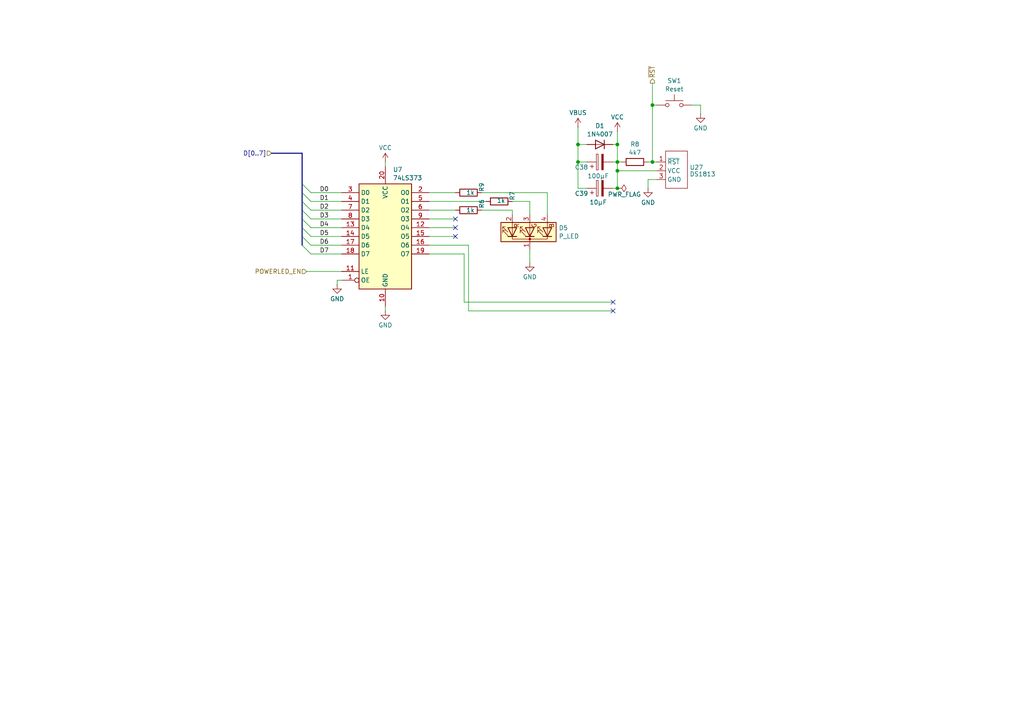
<source format=kicad_sch>
(kicad_sch (version 20231120) (generator "eeschema") (generator_version "8.0")
  (paper "A4")
  (lib_symbols
    (symbol "74xx:74LS373"
      (property "Reference" "U" (at -7.62 16.51 0))
      (property "Value" "74LS373" (at -7.62 -16.51 0))
      (symbol "74LS373_1_0"
        (pin input inverted (at -12.7 -12.7 0) (length 5.08) (name "OE") (number "1"))
        (pin power_in line (at 0 -20.32 90) (length 5.08) (name "GND") (number "10"))
        (pin input line (at -12.7 -10.16 0) (length 5.08) (name "LE") (number "11"))
        (pin tri_state line (at 12.7 2.54 180) (length 5.08) (name "O4") (number "12"))
        (pin input line (at -12.7 2.54 0) (length 5.08) (name "D4") (number "13"))
        (pin input line (at -12.7 0 0) (length 5.08) (name "D5") (number "14"))
        (pin tri_state line (at 12.7 0 180) (length 5.08) (name "O5") (number "15"))
        (pin tri_state line (at 12.7 -2.54 180) (length 5.08) (name "O6") (number "16"))
        (pin input line (at -12.7 -2.54 0) (length 5.08) (name "D6") (number "17"))
        (pin input line (at -12.7 -5.08 0) (length 5.08) (name "D7") (number "18"))
        (pin tri_state line (at 12.7 -5.08 180) (length 5.08) (name "O7") (number "19"))
        (pin tri_state line (at 12.7 12.7 180) (length 5.08) (name "O0") (number "2"))
        (pin power_in line (at 0 20.32 270) (length 5.08) (name "VCC") (number "20"))
        (pin input line (at -12.7 12.7 0) (length 5.08) (name "D0") (number "3"))
        (pin input line (at -12.7 10.16 0) (length 5.08) (name "D1") (number "4"))
        (pin tri_state line (at 12.7 10.16 180) (length 5.08) (name "O1") (number "5"))
        (pin tri_state line (at 12.7 7.62 180) (length 5.08) (name "O2") (number "6"))
        (pin input line (at -12.7 7.62 0) (length 5.08) (name "D2") (number "7"))
        (pin input line (at -12.7 5.08 0) (length 5.08) (name "D3") (number "8"))
        (pin tri_state line (at 12.7 5.08 180) (length 5.08) (name "O3") (number "9"))
      )
      (symbol "74LS373_1_1"
        (rectangle (start -7.62 15.24) (end 7.62 -15.24) (stroke (width 0.254)) (fill (type background)))
      )
    )
    (symbol "DS1813_1"
      (property "Reference" "U" (at 3.175 -9.525 0))
      (property "Value" "DS1813" (at 5.715 -9.525 0))
      (symbol "DS1813_1_0_1"
        (polyline (pts (xy 2.54 -7.62) (xy 2.54 3.175) (xy 8.89 3.175) (xy 8.89 -7.62) (xy 2.54 -7.62)))
      )
      (symbol "DS1813_1_1_1"
        (pin output line (at 0 0 0) (length 2.54) (name "~{RST}") (number "1"))
        (pin power_in line (at 0 -2.54 0) (length 2.54) (name "VCC") (number "2"))
        (pin power_in line (at 0 -5.08 0) (length 2.54) (name "GND") (number "3"))
      )
    )
    (symbol "Device:C_Polarized" (pin_numbers hide) (pin_names (offset 0.254))
      (property "Reference" "C" (at 0.635 2.54 0))
      (property "Value" "C_Polarized" (at 0.635 -2.54 0))
      (symbol "C_Polarized_0_1"
        (rectangle (start -2.286 0.508) (end 2.286 1.016))
        (polyline (pts (xy -1.778 2.286) (xy -0.762 2.286)))
        (polyline (pts (xy -1.27 2.794) (xy -1.27 1.778)))
        (rectangle (start 2.286 -0.508) (end -2.286 -1.016) (fill (type outline)))
      )
      (symbol "C_Polarized_1_1"
        (pin passive line (at 0 3.81 270) (length 2.794) (name "~") (number "1"))
        (pin passive line (at 0 -3.81 90) (length 2.794) (name "~") (number "2"))
      )
    )
    (symbol "Device:LED_KRGB" (pin_names (offset 0) hide)
      (property "Reference" "D" (at 0 9.398 0))
      (property "Value" "LED_KRGB" (at 0 -8.89 0))
      (symbol "LED_KRGB_0_0"
        (text "B" (at 1.905 -6.35 0) (effects (font (size 1.27 1.27))))
        (text "G" (at 1.905 -1.27 0) (effects (font (size 1.27 1.27))))
        (text "R" (at 1.905 3.81 0) (effects (font (size 1.27 1.27))))
      )
      (symbol "LED_KRGB_0_1"
        (circle (center -2.032 0) (radius 0.254) (fill (type outline)))
        (polyline (pts (xy -1.27 -5.08) (xy 1.27 -5.08)))
        (polyline (pts (xy -1.27 -3.81) (xy -1.27 -6.35)) (stroke (width 0.254)))
        (polyline (pts (xy -1.27 0) (xy -2.54 0)))
        (polyline (pts (xy -1.27 1.27) (xy -1.27 -1.27)) (stroke (width 0.254)))
        (polyline (pts (xy -1.27 5.08) (xy 1.27 5.08)))
        (polyline (pts (xy -1.27 6.35) (xy -1.27 3.81)) (stroke (width 0.254)))
        (polyline (pts (xy 1.27 -5.08) (xy 2.54 -5.08)))
        (polyline (pts (xy 1.27 0) (xy -1.27 0)))
        (polyline (pts (xy 1.27 0) (xy 2.54 0)))
        (polyline (pts (xy 1.27 5.08) (xy 2.54 5.08)))
        (polyline (pts (xy -1.27 1.27) (xy -1.27 -1.27) (xy -1.27 -1.27)))
        (polyline (pts (xy -1.27 6.35) (xy -1.27 3.81) (xy -1.27 3.81)))
        (polyline (pts (xy -1.27 5.08) (xy -2.032 5.08) (xy -2.032 -5.08) (xy -1.016 -5.08)))
        (polyline (pts (xy 1.27 -3.81) (xy 1.27 -6.35) (xy -1.27 -5.08) (xy 1.27 -3.81)) (stroke (width 0.254)))
        (polyline (pts (xy 1.27 1.27) (xy 1.27 -1.27) (xy -1.27 0) (xy 1.27 1.27)) (stroke (width 0.254)))
        (polyline (pts (xy 1.27 6.35) (xy 1.27 3.81) (xy -1.27 5.08) (xy 1.27 6.35)) (stroke (width 0.254)))
        (polyline (pts (xy -1.016 -3.81) (xy 0.508 -2.286) (xy -0.254 -2.286) (xy 0.508 -2.286) (xy 0.508 -3.048)))
        (polyline (pts (xy -1.016 1.27) (xy 0.508 2.794) (xy -0.254 2.794) (xy 0.508 2.794) (xy 0.508 2.032)))
        (polyline (pts (xy -1.016 6.35) (xy 0.508 7.874) (xy -0.254 7.874) (xy 0.508 7.874) (xy 0.508 7.112)))
        (polyline (pts (xy 0 -3.81) (xy 1.524 -2.286) (xy 0.762 -2.286) (xy 1.524 -2.286) (xy 1.524 -3.048)))
        (polyline (pts (xy 0 1.27) (xy 1.524 2.794) (xy 0.762 2.794) (xy 1.524 2.794) (xy 1.524 2.032)))
        (polyline (pts (xy 0 6.35) (xy 1.524 7.874) (xy 0.762 7.874) (xy 1.524 7.874) (xy 1.524 7.112)))
        (rectangle (start 1.27 -1.27) (end 1.27 1.27))
        (rectangle (start 1.27 1.27) (end 1.27 1.27))
        (rectangle (start 1.27 3.81) (end 1.27 6.35))
        (rectangle (start 1.27 6.35) (end 1.27 6.35))
        (rectangle (start 2.794 8.382) (end -2.794 -7.62) (stroke (width 0.254)) (fill (type background)))
      )
      (symbol "LED_KRGB_1_1"
        (pin passive line (at -5.08 0 0) (length 2.54) (name "K") (number "1"))
        (pin passive line (at 5.08 5.08 180) (length 2.54) (name "RA") (number "2"))
        (pin passive line (at 5.08 0 180) (length 2.54) (name "GA") (number "3"))
        (pin passive line (at 5.08 -5.08 180) (length 2.54) (name "BA") (number "4"))
      )
    )
    (symbol "Device:R" (pin_numbers hide) (pin_names (offset 0))
      (property "Reference" "R" (at 2.032 0 90))
      (property "Value" "R" (at 0 0 90))
      (symbol "R_0_1"
        (rectangle (start -1.016 -2.54) (end 1.016 2.54) (stroke (width 0.254)))
      )
      (symbol "R_1_1"
        (pin passive line (at 0 3.81 270) (length 1.27) (name "~") (number "1"))
        (pin passive line (at 0 -3.81 90) (length 1.27) (name "~") (number "2"))
      )
    )
    (symbol "Diode:1N4007" (pin_numbers hide) (pin_names hide)
      (property "Reference" "D" (at 0 2.54 0))
      (property "Value" "1N4007" (at 0 -2.54 0))
      (symbol "1N4007_0_1"
        (polyline (pts (xy -1.27 1.27) (xy -1.27 -1.27)) (stroke (width 0.254)))
        (polyline (pts (xy 1.27 0) (xy -1.27 0)))
        (polyline (pts (xy 1.27 1.27) (xy 1.27 -1.27) (xy -1.27 0) (xy 1.27 1.27)) (stroke (width 0.254)))
      )
      (symbol "1N4007_1_1"
        (pin passive line (at -3.81 0 0) (length 2.54) (name "K") (number "1"))
        (pin passive line (at 3.81 0 180) (length 2.54) (name "A") (number "2"))
      )
    )
    (symbol "Switch:SW_Push" (pin_numbers hide) (pin_names (offset 1.016) hide)
      (property "Reference" "SW" (at 1.27 2.54 0))
      (property "Value" "SW_Push" (at 0 -1.524 0))
      (symbol "SW_Push_0_1"
        (circle (center -2.032 0) (radius 0.508))
        (polyline (pts (xy 0 1.27) (xy 0 3.048)))
        (polyline (pts (xy 2.54 1.27) (xy -2.54 1.27)))
        (circle (center 2.032 0) (radius 0.508))
        (pin passive line (at -5.08 0 0) (length 2.54) (name "1") (number "1"))
        (pin passive line (at 5.08 0 180) (length 2.54) (name "2") (number "2"))
      )
    )
    (symbol "power:GND" (power) (pin_numbers hide) (pin_names (offset 0) hide)
      (property "Value" "GND" (at 0 -3.81 0))
      (symbol "GND_0_1"
        (polyline (pts (xy 0 0) (xy 0 -1.27) (xy 1.27 -1.27) (xy 0 -2.54) (xy -1.27 -1.27) (xy 0 -1.27)))
      )
      (symbol "GND_1_1"
        (pin power_in line (at 0 0 270) (length 0) (name "~") (number "1"))
      )
    )
    (symbol "power:PWR_FLAG" (power) (pin_numbers hide) (pin_names (offset 0) hide)
      (property "Value" "PWR_FLAG" (at 0 3.81 0))
      (symbol "PWR_FLAG_0_0"
        (pin power_out line (at 0 0 90) (length 0) (name "~") (number "1"))
      )
      (symbol "PWR_FLAG_0_1"
        (polyline (pts (xy 0 0) (xy 0 1.27) (xy -1.016 1.905) (xy 0 2.54) (xy 1.016 1.905) (xy 0 1.27)))
      )
    )
    (symbol "power:VBUS" (power) (pin_numbers hide) (pin_names (offset 0) hide)
      (property "Value" "VBUS" (at 0 3.556 0))
      (symbol "VBUS_0_1"
        (polyline (pts (xy -0.762 1.27) (xy 0 2.54)))
        (polyline (pts (xy 0 0) (xy 0 2.54)))
        (polyline (pts (xy 0 2.54) (xy 0.762 1.27)))
      )
      (symbol "VBUS_1_1"
        (pin power_in line (at 0 0 90) (length 0) (name "~") (number "1"))
      )
    )
    (symbol "power:VCC" (power) (pin_numbers hide) (pin_names (offset 0) hide)
      (property "Value" "VCC" (at 0 3.556 0))
      (symbol "VCC_0_1"
        (polyline (pts (xy -0.762 1.27) (xy 0 2.54)))
        (polyline (pts (xy 0 0) (xy 0 2.54)))
        (polyline (pts (xy 0 2.54) (xy 0.762 1.27)))
      )
      (symbol "VCC_1_1"
        (pin power_in line (at 0 0 90) (length 0) (name "~") (number "1"))
      )
    )
  )
  (junction (at 179.07 54.61))
  (junction (at 179.07 49.53))
  (junction (at 179.07 46.99))
  (junction (at 167.64 46.99))
  (junction (at 179.07 41.91))
  (junction (at 189.23 46.99))
  (junction (at 189.23 30.48))
  (junction (at 167.64 41.91))
  (no_connect (at 132.08 63.5))
  (no_connect (at 132.08 66.04))
  (no_connect (at 177.8 90.17))
  (no_connect (at 177.8 87.63))
  (no_connect (at 132.08 68.58))
  (bus_entry (at 87.63 63.5) (size 2.54 2.54))
  (bus_entry (at 87.63 71.12) (size 2.54 2.54))
  (bus_entry (at 87.63 58.42) (size 2.54 2.54))
  (bus_entry (at 87.63 66.04) (size 2.54 2.54))
  (bus_entry (at 87.63 55.88) (size 2.54 2.54))
  (bus_entry (at 87.63 60.96) (size 2.54 2.54))
  (bus_entry (at 87.63 68.58) (size 2.54 2.54))
  (bus_entry (at 87.63 53.34) (size 2.54 2.54))
  (wire (pts (xy 90.17 60.96) (xy 99.06 60.96)))
  (wire (pts (xy 111.76 88.9) (xy 111.76 90.17)))
  (bus (pts (xy 87.63 60.96) (xy 87.63 63.5)))
  (wire (pts (xy 139.7 55.88) (xy 158.75 55.88)))
  (bus (pts (xy 78.74 44.45) (xy 87.63 44.45)))
  (wire (pts (xy 148.59 58.42) (xy 153.67 58.42)))
  (wire (pts (xy 200.66 30.48) (xy 203.2 30.48)))
  (wire (pts (xy 190.5 49.53) (xy 179.07 49.53)))
  (wire (pts (xy 124.46 58.42) (xy 140.97 58.42)))
  (wire (pts (xy 90.17 68.58) (xy 99.06 68.58)))
  (wire (pts (xy 179.07 54.61) (xy 179.07 49.53)))
  (wire (pts (xy 124.46 63.5) (xy 132.08 63.5)))
  (wire (pts (xy 134.62 87.63) (xy 177.8 87.63)))
  (wire (pts (xy 189.23 24.13) (xy 189.23 30.48)))
  (wire (pts (xy 148.59 60.96) (xy 148.59 62.23)))
  (wire (pts (xy 134.62 73.66) (xy 134.62 87.63)))
  (wire (pts (xy 124.46 71.12) (xy 135.89 71.12)))
  (wire (pts (xy 153.67 72.39) (xy 153.67 76.2)))
  (wire (pts (xy 124.46 73.66) (xy 134.62 73.66)))
  (wire (pts (xy 153.67 58.42) (xy 153.67 62.23)))
  (wire (pts (xy 124.46 60.96) (xy 132.08 60.96)))
  (wire (pts (xy 88.9 78.74) (xy 99.06 78.74)))
  (wire (pts (xy 179.07 49.53) (xy 179.07 46.99)))
  (wire (pts (xy 170.18 46.99) (xy 167.64 46.99)))
  (wire (pts (xy 124.46 68.58) (xy 132.08 68.58)))
  (wire (pts (xy 167.64 41.91) (xy 170.18 41.91)))
  (wire (pts (xy 124.46 55.88) (xy 132.08 55.88)))
  (bus (pts (xy 87.63 44.45) (xy 87.63 53.34)))
  (wire (pts (xy 189.23 30.48) (xy 189.23 46.99)))
  (wire (pts (xy 170.18 54.61) (xy 167.64 54.61)))
  (wire (pts (xy 187.96 52.07) (xy 187.96 54.61)))
  (bus (pts (xy 87.63 53.34) (xy 87.63 55.88)))
  (wire (pts (xy 90.17 63.5) (xy 99.06 63.5)))
  (wire (pts (xy 167.64 46.99) (xy 167.64 41.91)))
  (wire (pts (xy 158.75 55.88) (xy 158.75 62.23)))
  (wire (pts (xy 167.64 54.61) (xy 167.64 46.99)))
  (bus (pts (xy 87.63 55.88) (xy 87.63 58.42)))
  (wire (pts (xy 189.23 30.48) (xy 190.5 30.48)))
  (wire (pts (xy 90.17 66.04) (xy 99.06 66.04)))
  (wire (pts (xy 90.17 71.12) (xy 99.06 71.12)))
  (wire (pts (xy 167.64 36.83) (xy 167.64 41.91)))
  (wire (pts (xy 90.17 73.66) (xy 99.06 73.66)))
  (wire (pts (xy 179.07 41.91) (xy 179.07 38.1)))
  (wire (pts (xy 124.46 66.04) (xy 132.08 66.04)))
  (wire (pts (xy 139.7 60.96) (xy 148.59 60.96)))
  (wire (pts (xy 97.79 81.28) (xy 97.79 82.55)))
  (wire (pts (xy 179.07 46.99) (xy 179.07 41.91)))
  (wire (pts (xy 189.23 46.99) (xy 190.5 46.99)))
  (wire (pts (xy 90.17 55.88) (xy 99.06 55.88)))
  (wire (pts (xy 90.17 58.42) (xy 99.06 58.42)))
  (wire (pts (xy 177.8 54.61) (xy 179.07 54.61)))
  (wire (pts (xy 179.07 46.99) (xy 180.34 46.99)))
  (wire (pts (xy 111.76 46.99) (xy 111.76 48.26)))
  (bus (pts (xy 87.63 66.04) (xy 87.63 68.58)))
  (wire (pts (xy 203.2 30.48) (xy 203.2 33.02)))
  (wire (pts (xy 135.89 71.12) (xy 135.89 90.17)))
  (bus (pts (xy 87.63 58.42) (xy 87.63 60.96)))
  (wire (pts (xy 177.8 46.99) (xy 179.07 46.99)))
  (wire (pts (xy 190.5 52.07) (xy 187.96 52.07)))
  (wire (pts (xy 99.06 81.28) (xy 97.79 81.28)))
  (bus (pts (xy 87.63 63.5) (xy 87.63 66.04)))
  (bus (pts (xy 87.63 68.58) (xy 87.63 71.12)))
  (wire (pts (xy 177.8 41.91) (xy 179.07 41.91)))
  (wire (pts (xy 135.89 90.17) (xy 177.8 90.17)))
  (wire (pts (xy 187.96 46.99) (xy 189.23 46.99)))
  (label "D4" (at 92.71 66.04 0))
  (label "D1" (at 92.71 58.42 0))
  (label "D5" (at 92.71 68.58 0))
  (label "D3" (at 92.71 63.5 0))
  (label "D0" (at 92.71 55.88 0))
  (label "D7" (at 92.71 73.66 0))
  (label "D6" (at 92.71 71.12 0))
  (label "D2" (at 92.71 60.96 0))
  (hierarchical_label "D[0..7]" (shape input) (at 78.74 44.45 180))
  (hierarchical_label "~{RST}" (shape output) (at 189.23 24.13 90))
  (hierarchical_label "POWERLED_EN" (shape input) (at 88.9 78.74 180))
  (symbol (lib_id "power:GND") (at 97.79 82.55 0) (unit 1)
    (property "Reference" "#PWR013" (effects (hide yes)))
    (property "Value" "GND" (at 97.79 86.6831 0))
    (property "Description" "Power symbol creates a global label with name \"GND\" , ground" (effects (hide yes)))
  )
  (symbol (lib_id "Device:R") (at 135.89 60.96 270) (unit 1)
    (property "Reference" "R6" (at 139.7 60.452 0) (effects (justify right)))
    (property "Value" "1k" (at 137.668 60.96 90) (effects (justify right)))
    (property "Footprint" "Resistor_THT:R_Axial_DIN0204_L3.6mm_D1.6mm_P7.62mm_Horizontal" (effects (hide yes)))
    (property "Description" "Resistor" (effects (hide yes)))
  )
  (symbol (lib_id "power:VCC") (at 179.07 38.1 0) (unit 1)
    (property "Reference" "#PWR0105" (effects (hide yes)))
    (property "Value" "VCC" (at 179.07 33.9669 0))
    (property "Description" "Power symbol creates a global label with name \"VCC\"" (effects (hide yes)))
  )
  (symbol (lib_id "Diode:1N4007") (at 173.99 41.91 180) (unit 1)
    (property "Reference" "D1" (at 173.99 36.4955 0))
    (property "Value" "1N4007" (at 173.99 38.9198 0))
    (property "Footprint" "Diode_THT:D_DO-41_SOD81_P10.16mm_Horizontal" (effects (hide yes)))
    (property "Datasheet" "http://www.vishay.com/docs/88503/1n4001.pdf" (effects (hide yes)))
    (property "Description" "1000V 1A General Purpose Rectifier Diode, DO-41" (effects (hide yes)))
    (property "Sim.Device" "D" (effects (hide yes)))
    (property "Sim.Pins" "1=K 2=A" (effects (hide yes)))
  )
  (symbol (lib_id "Device:R") (at 144.78 58.42 270) (unit 1)
    (property "Reference" "R7" (at 148.59 58.166 0) (effects (justify right)))
    (property "Value" "1k" (at 146.558 58.166 90) (effects (justify right)))
    (property "Footprint" "Resistor_THT:R_Axial_DIN0204_L3.6mm_D1.6mm_P7.62mm_Horizontal" (effects (hide yes)))
    (property "Description" "Resistor" (effects (hide yes)))
  )
  (symbol (lib_id "Switch:SW_Push") (at 195.58 30.48 0) (unit 1)
    (property "Reference" "SW1" (at 195.58 23.4145 0))
    (property "Value" "Reset" (at 195.58 25.8388 0))
    (property "Footprint" "Button_Switch_THT:SW_SPST_Omron_B3F-315x_Angled" (effects (hide yes)))
    (property "Description" "Push button switch, generic, two pins" (effects (hide yes)))
  )
  (symbol (lib_id "power:PWR_FLAG") (at 179.07 54.61 270) (unit 1)
    (property "Reference" "#FLG01" (effects (hide yes)))
    (property "Value" "PWR_FLAG" (at 176.276 56.388 90) (effects (justify left)))
    (property "Description" "Special symbol for telling ERC where power comes from" (effects (hide yes)))
  )
  (symbol (lib_id "power:GND") (at 111.76 90.17 0) (unit 1)
    (property "Reference" "#PWR019" (effects (hide yes)))
    (property "Value" "GND" (at 111.76 94.3031 0))
    (property "Description" "Power symbol creates a global label with name \"GND\" , ground" (effects (hide yes)))
  )
  (symbol (lib_id "Device:LED_KRGB") (at 153.67 67.31 90) (unit 1)
    (property "Reference" "D5" (at 162.052 66.0978 90) (effects (justify right)))
    (property "Value" "P_LED" (at 162.052 68.5221 90) (effects (justify right)))
    (property "Footprint" "Connector_PinHeader_2.54mm:PinHeader_1x04_P2.54mm_Vertical" (effects (hide yes)))
    (property "Description" "RGB LED, cathode/red/green/blue" (effects (hide yes)))
  )
  (symbol (lib_id "74xx:74LS373") (at 111.76 68.58 0) (unit 1)
    (property "Reference" "U7" (at 113.9541 49.1955 0) (effects (justify left)))
    (property "Value" "74LS373" (at 113.9541 51.6198 0) (effects (justify left)))
    (property "Footprint" "Package_DIP:DIP-20_W7.62mm_Socket" (effects (hide yes)))
    (property "Datasheet" "http://www.ti.com/lit/gpn/sn74LS373" (effects (hide yes)))
    (property "Description" "8-bit Latch, 3-state outputs" (effects (hide yes)))
  )
  (symbol (lib_id "power:GND") (at 153.67 76.2 0) (unit 1)
    (property "Reference" "#PWR014" (effects (hide yes)))
    (property "Value" "GND" (at 153.67 80.3331 0))
    (property "Description" "Power symbol creates a global label with name \"GND\" , ground" (effects (hide yes)))
  )
  (symbol (lib_id "power:GND") (at 203.2 33.02 0) (unit 1)
    (property "Reference" "#PWR0108" (effects (hide yes)))
    (property "Value" "GND" (at 203.2 37.1531 0))
    (property "Description" "Power symbol creates a global label with name \"GND\" , ground" (effects (hide yes)))
  )
  (symbol (lib_id "power:VCC") (at 111.76 46.99 0) (unit 1)
    (property "Reference" "#PWR018" (effects (hide yes)))
    (property "Value" "VCC" (at 111.76 42.8569 0))
    (property "Description" "Power symbol creates a global label with name \"VCC\"" (effects (hide yes)))
  )
  (symbol (lib_id "Device:C_Polarized") (at 173.99 46.99 90) (unit 1)
    (property "Reference" "C38" (at 168.656 48.514 90))
    (property "Value" "100µF" (at 173.482 51.054 90))
    (property "Footprint" "Capacitor_THT:CP_Radial_D6.3mm_P2.50mm" (effects (hide yes)))
    (property "Description" "Polarized capacitor" (effects (hide yes)))
  )
  (symbol (lib_name "DS1813_1") (lib_id "motherboard:DS1813") (at 190.5 46.99 0) (unit 1)
    (property "Reference" "U27" (at 200.025 48.5688 0) (effects (justify left)))
    (property "Value" "DS1813" (at 200.025 50.4898 0) (effects (justify left)))
    (property "Footprint" "Package_TO_SOT_THT:TO-92_Inline" (effects (hide yes)))
  )
  (symbol (lib_id "power:GND") (at 187.96 54.61 0) (unit 1)
    (property "Reference" "#PWR0104" (effects (hide yes)))
    (property "Value" "GND" (at 187.96 58.7431 0))
    (property "Description" "Power symbol creates a global label with name \"GND\" , ground" (effects (hide yes)))
  )
  (symbol (lib_id "Device:C_Polarized") (at 173.99 54.61 90) (unit 1)
    (property "Reference" "C39" (at 168.656 56.134 90))
    (property "Value" "10µF" (at 173.482 58.674 90))
    (property "Footprint" "Capacitor_THT:CP_Radial_D4.0mm_P2.00mm" (effects (hide yes)))
    (property "Description" "Polarized capacitor" (effects (hide yes)))
  )
  (symbol (lib_id "Device:R") (at 135.89 55.88 270) (unit 1)
    (property "Reference" "R9" (at 139.7 55.626 0) (effects (justify right)))
    (property "Value" "1k" (at 137.668 55.88 90) (effects (justify right)))
    (property "Footprint" "Resistor_THT:R_Axial_DIN0204_L3.6mm_D1.6mm_P7.62mm_Horizontal" (effects (hide yes)))
    (property "Description" "Resistor" (effects (hide yes)))
  )
  (symbol (lib_id "Device:R") (at 184.15 46.99 90) (unit 1)
    (property "Reference" "R8" (at 184.15 41.8295 90))
    (property "Value" "4k7" (at 184.15 44.2538 90))
    (property "Footprint" "Resistor_THT:R_Axial_DIN0204_L3.6mm_D1.6mm_P7.62mm_Horizontal" (effects (hide yes)))
    (property "Description" "Resistor" (effects (hide yes)))
  )
  (symbol (lib_id "power:VBUS") (at 167.64 36.83 0) (unit 1)
    (property "Reference" "#PWR0106" (effects (hide yes)))
    (property "Value" "VBUS" (at 167.64 32.6969 0))
    (property "Description" "Power symbol creates a global label with name \"VBUS\"" (effects (hide yes)))
  )
)
</source>
